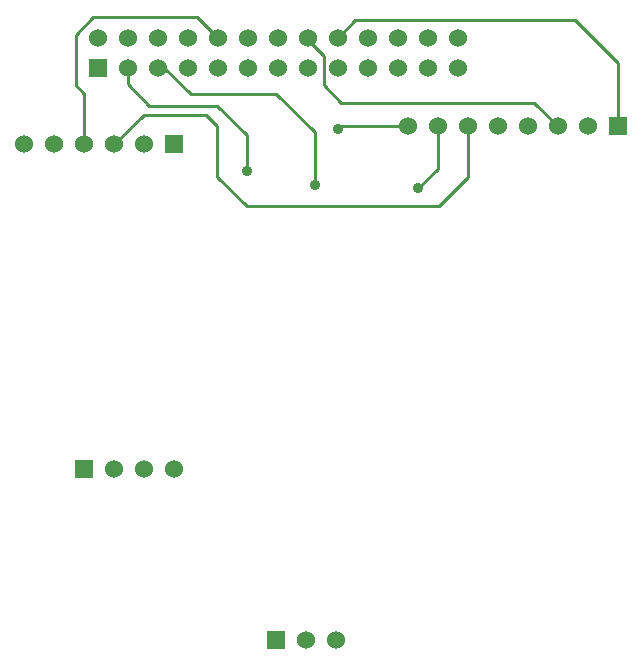
<source format=gbl>
G04 (created by PCBNEW (2013-jul-07)-stable) date Sat 04 Apr 2015 10:28:46 BST*
%MOIN*%
G04 Gerber Fmt 3.4, Leading zero omitted, Abs format*
%FSLAX34Y34*%
G01*
G70*
G90*
G04 APERTURE LIST*
%ADD10C,0.00590551*%
%ADD11R,0.06X0.06*%
%ADD12C,0.06*%
%ADD13C,0.035*%
%ADD14C,0.01*%
G04 APERTURE END LIST*
G54D10*
G54D11*
X38736Y-18503D03*
G54D12*
X37736Y-18503D03*
X36736Y-18503D03*
X35736Y-18503D03*
X34736Y-18503D03*
X33736Y-18503D03*
X32736Y-18503D03*
X31736Y-18503D03*
G54D11*
X20940Y-29921D03*
G54D12*
X21940Y-29921D03*
X22940Y-29921D03*
X23940Y-29921D03*
G54D11*
X27346Y-35629D03*
G54D12*
X28346Y-35629D03*
X29346Y-35629D03*
G54D11*
X21405Y-16543D03*
G54D12*
X21405Y-15543D03*
X22405Y-16543D03*
X22405Y-15543D03*
X23405Y-16543D03*
X23405Y-15543D03*
X24405Y-16543D03*
X24405Y-15543D03*
X25405Y-16543D03*
X25405Y-15543D03*
X26405Y-16543D03*
X26405Y-15543D03*
X27405Y-16543D03*
X27405Y-15543D03*
X28405Y-16543D03*
X28405Y-15543D03*
X29405Y-16543D03*
X29405Y-15543D03*
X30405Y-16543D03*
X30405Y-15543D03*
X31405Y-16543D03*
X31405Y-15543D03*
X32405Y-16543D03*
X32405Y-15543D03*
X33405Y-16543D03*
X33405Y-15543D03*
G54D11*
X23956Y-19094D03*
G54D12*
X22956Y-19094D03*
X21956Y-19094D03*
X20956Y-19094D03*
X19956Y-19094D03*
X18956Y-19094D03*
G54D13*
X29429Y-18602D03*
X32086Y-20570D03*
X26377Y-19980D03*
X28641Y-20472D03*
G54D14*
X25000Y-18110D02*
X25393Y-18503D01*
X33759Y-20177D02*
X32775Y-21161D01*
X32775Y-21161D02*
X32086Y-21161D01*
X33759Y-20078D02*
X33759Y-18527D01*
X32086Y-21161D02*
X26377Y-21161D01*
X25000Y-18110D02*
X22940Y-18110D01*
X21956Y-19094D02*
X22940Y-18110D01*
X33759Y-18527D02*
X33736Y-18503D01*
X33759Y-20078D02*
X33759Y-20177D01*
X25393Y-20177D02*
X26377Y-21161D01*
X25393Y-18503D02*
X25393Y-20177D01*
X29527Y-18503D02*
X31736Y-18503D01*
X29429Y-18602D02*
X29527Y-18503D01*
X38736Y-18503D02*
X38736Y-16393D01*
X29988Y-14960D02*
X29405Y-15543D01*
X37303Y-14960D02*
X29988Y-14960D01*
X38736Y-16393D02*
X37303Y-14960D01*
X28405Y-15543D02*
X28405Y-15610D01*
X35948Y-17716D02*
X36736Y-18503D01*
X29527Y-17716D02*
X35948Y-17716D01*
X28937Y-17125D02*
X29527Y-17716D01*
X28937Y-16141D02*
X28937Y-17125D01*
X28405Y-15610D02*
X28937Y-16141D01*
X32736Y-18503D02*
X32736Y-19921D01*
X32736Y-19921D02*
X32086Y-20570D01*
X22405Y-16543D02*
X22405Y-17090D01*
X26377Y-18799D02*
X26377Y-19980D01*
X25393Y-17814D02*
X26377Y-18799D01*
X23129Y-17814D02*
X25393Y-17814D01*
X22405Y-17090D02*
X23129Y-17814D01*
X23405Y-16543D02*
X23629Y-16543D01*
X28641Y-18700D02*
X28641Y-20472D01*
X27362Y-17421D02*
X28641Y-18700D01*
X24507Y-17421D02*
X27362Y-17421D01*
X23629Y-16543D02*
X24507Y-17421D01*
X20956Y-19094D02*
X20956Y-17413D01*
X24724Y-14862D02*
X25405Y-15543D01*
X21259Y-14862D02*
X24724Y-14862D01*
X20669Y-15452D02*
X21259Y-14862D01*
X20669Y-17125D02*
X20669Y-15452D01*
X20956Y-17413D02*
X20669Y-17125D01*
M02*

</source>
